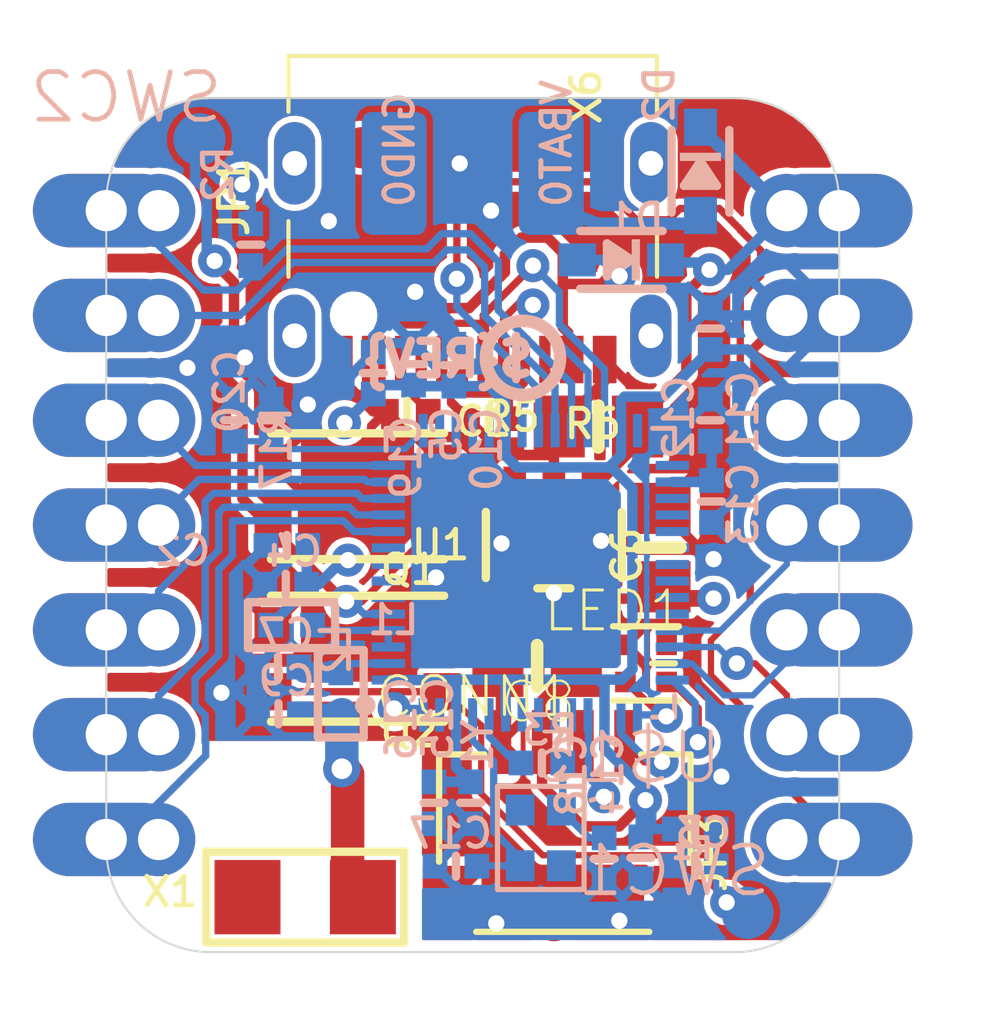
<source format=kicad_pcb>
(kicad_pcb (version 20221018) (generator pcbnew)
  (layers (0 "F.Cu" signal) (1 "In1.Cu" signal) (2 "In2.Cu" signal) (31 "B.Cu" signal) (34 "B.Paste" user) (35 "F.Paste" user) (36 "B.SilkS" user "B.Silkscreen") (37 "F.SilkS" user "F.Silkscreen") (38 "B.Mask" user) (39 "F.Mask" user) (44 "Edge.Cuts" user))
  (net 0 "")
  (net 1 "GND")
  (net 2 "D+")
  (net 3 "D-")
  (net 4 "VBUS")
  (net 5 "~{RESET}")
  (net 6 "3.3V")
  (net 7 "A0")
  (net 8 "CC1")
  (net 9 "CC2")
  (net 10 "A1")
  (net 11 "MOSI")
  (net 12 "MISO")
  (net 13 "SCK")
  (net 14 "A2")
  (net 15 "A3")
  (net 16 "SDA")
  (net 17 "SCL")
  (net 18 "NEOPIX")
  (net 19 "+5V")
  (net 20 "VDD3P3")
  (net 21 "N$2")
  (net 22 "N$3")
  (net 23 "IO0")
  (net 24 "SDA1")
  (net 25 "SCL1")
  (net 26 "N$5")
  (net 27 "N$6")
  (net 28 "N$7")
  (net 29 "IO10_DBLTAP")
  (net 30 "NEOPIX_PWR")
  (net 31 "TX")
  (net 32 "RX")
  (net 33 "VBAT")
  (net 34 "VDD_SPI")
  (footprint "working:1X07_CASTEL" (layer "F.Cu") (at 156.1211 105.0036 90)
    (fp_text reference "JP3")
    (fp_text value "")
  )
  (footprint "working:_0402NO" (layer "F.Cu") (at 146.9136 102.2477)
    (fp_text reference "R5")
    (fp_text value "5.1K")
  )
  (footprint "working:0805-NO" (layer "F.Cu") (at 151.5491 102.616 180)
    (fp_text reference "C1")
    (fp_text value "22uF")
  )
  (footprint "working:_0402NO" (layer "F.Cu") (at 148.8821 102.4255)
    (fp_text reference "R6")
    (fp_text value "5.1K")
  )
  (footprint "working:0805-NO" (layer "F.Cu") (at 153.035 105.5497 90)
    (fp_text reference "C6")
    (fp_text value "22uF")
  )
  (footprint "working:FIDUCIAL_1MM" (layer "F.Cu") (at 145.8087 95.8596)
    (fp_text reference "U$6" hide)
    (fp_text value "FIDUCIAL_1MM" hide)
  )
  (footprint "working:USB_C_CUSB31-CFM2AX-01-X" (layer "F.Cu") (at 148.5011 97.4471 180)
    (fp_text reference "X6")
    (fp_text value "USB TYPE C")
  )
  (footprint "working:BTN_KMR2_4.6X2.8" (layer "F.Cu") (at 145.7071 104.3051 180)
    (fp_text reference "Q1")
    (fp_text value "BOOT0")
  )
  (footprint "working:JST_SH4_SKINNY" (layer "F.Cu") (at 150.6855 112.776)
    (fp_text reference "CONN1")
    (fp_text value "STEMMA_I2C_QTSKINNY" hide)
  )
  (footprint "working:SOT23-5" (layer "F.Cu") (at 150.4696 105.4862 180)
    (fp_text reference "U1")
    (fp_text value "AP2112K-3.3")
  )
  (footprint "working:0805-NO" (layer "F.Cu") (at 150.0632 108.4199 180)
    (fp_text reference "C8")
    (fp_text value "22uF")
  )
  (footprint "working:BTN_KMR2_4.6X2.8" (layer "F.Cu") (at 145.7071 108.2421 180)
    (fp_text reference "Q2")
    (fp_text value "reset")
  )
  (footprint "working:QTPY_ESP32_TOP" (layer "F.Cu") (at 139.6111 115.3541)
    (fp_text reference "U$13" hide)
    (fp_text value "" hide)
  )
  (footprint "working:1X07_CASTEL" (layer "F.Cu") (at 140.8811 105.0036 -90)
    (fp_text reference "JP1")
    (fp_text value "")
  )
  (footprint "working:FIDUCIAL_1MM" (layer "F.Cu") (at 150.4696 114.5921)
    (fp_text reference "U$8" hide)
    (fp_text value "FIDUCIAL_1MM" hide)
  )
  (footprint "working:SK6805_1515" (layer "F.Cu") (at 152.7048 108.3564)
    (fp_text reference "LED1")
    (fp_text value "WS2812B_SK6805_1515")
  )
  (footprint "working:ANT_2450AT18B100" (layer "F.Cu") (at 144.4371 114.0206 180)
    (fp_text reference "X1")
    (fp_text value "")
  )
  (footprint "working:SOD-323_MINI" (layer "B.Cu") (at 152.1079 98.5774 180)
    (fp_text reference "D1")
    (fp_text value "  NSR0320")
  )
  (footprint "working:PCBFEAT-REV-040" (layer "B.Cu") (at 149.7203 100.9523 180)
    (fp_text reference "U$12" hide)
    (fp_text value "" hide)
  )
  (footprint "working:_0402NO" (layer "B.Cu") (at 146.0881 101.3206 90)
    (fp_text reference "C19")
    (fp_text value "1uF")
  )
  (footprint "working:_0402NO" (layer "B.Cu") (at 153.8986 113.2586 180)
    (fp_text reference "C3")
    (fp_text value "1uF")
  )
  (footprint "working:SOD-323_MINI" (layer "B.Cu") (at 154.0256 96.4311 -90)
    (fp_text reference "D2")
    (fp_text value "  NSR0320")
  )
  (footprint "working:_0402NO" (layer "B.Cu") (at 148.0947 113.2713 180)
    (fp_text reference "C17")
    (fp_text value "16pF")
  )
  (footprint "working:_0402NO" (layer "B.Cu") (at 147.5613 111.7346 -90)
    (fp_text reference "C16")
    (fp_text value "100pF")
  )
  (footprint "working:QTPYS2_BOT" (layer "B.Cu") (at 157.3911 115.3541 180)
    (fp_text reference "U$7" hide)
    (fp_text value "" hide)
  )
  (footprint "working:_0402NO" (layer "B.Cu") (at 147.066 101.1047 90)
    (fp_text reference "C5")
    (fp_text value "1uF")
  )
  (footprint "working:_0402" (layer "B.Cu") (at 144.1069 107.4293)
    (fp_text reference "L1")
    (fp_text value "2nH")
  )
  (footprint "working:_0402NO" (layer "B.Cu") (at 143.7894 109.5756 180)
    (fp_text reference "C9")
    (fp_text value "TBD")
  )
  (footprint "working:QFN56_7X7" (layer "B.Cu") (at 149.8981 106.1593)
    (fp_text reference "U$15")
    (fp_text value "ESP32-S2QFN54")
  )
  (footprint "working:TESTPOINT_PLUS_1X3MM" (layer "B.Cu") (at 150.4061 96.4819 -90)
    (fp_text reference "VBAT0")
    (fp_text value "")
  )
  (footprint "working:TESTPOINT_MINUS_1X3MM" (layer "B.Cu") (at 146.5961 96.4819 -90)
    (fp_text reference "GND0")
    (fp_text value "")
  )
  (footprint "working:_0402NO" (layer "B.Cu") (at 154.2669 102.4636 90)
    (fp_text reference "C13")
    (fp_text value "1uF")
  )
  (footprint "working:_0402NO" (layer "B.Cu") (at 143.1163 98.2091 -90)
    (fp_text reference "R2")
    (fp_text value "10K")
  )
  (footprint "working:_0402NO" (layer "B.Cu") (at 143.9926 105.4989 180)
    (fp_text reference "C2")
    (fp_text value "1uF")
  )
  (footprint "working:_0402NO" (layer "B.Cu") (at 148.4503 111.7346 -90)
    (fp_text reference "C15")
    (fp_text value "1uF")
  )
  (footprint "working:_0402NO" (layer "B.Cu") (at 154.2669 100.2411 90)
    (fp_text reference "C11")
    (fp_text value "0.1uF")
  )
  (footprint "working:_0402" (layer "B.Cu") (at 145.3007 109.093 90)
    (fp_text reference "L2")
    (fp_text value "0 ohm")
  )
  (footprint "working:B1,27" (layer "B.Cu") (at 155.1686 114.4016 180)
    (fp_text reference "SWC1")
    (fp_text value "TPB1,27")
  )
  (footprint "working:B1,27" (layer "B.Cu") (at 141.8717 95.6564 180)
    (fp_text reference "SWC2")
    (fp_text value "TPB1,27")
  )
  (footprint "working:_0402NO" (layer "B.Cu") (at 151.6888 113.0935 -90)
    (fp_text reference "C18")
    (fp_text value "16pF")
  )
  (footprint "working:_0402NO" (layer "B.Cu") (at 143.7767 108.4453 180)
    (fp_text reference "C7")
    (fp_text value "TBD")
  )
  (footprint "working:CRYSTAL_2X1.6" (layer "B.Cu") (at 150.1521 112.5855 -90)
    (fp_text reference "Y1")
    (fp_text value "40MHz")
  )
  (footprint "working:_0402NO" (layer "B.Cu") (at 143.6116 102.4636 -90)
    (fp_text reference "R17")
    (fp_text value "1Meg")
  )
  (footprint "working:_0402NO" (layer "B.Cu") (at 148.0439 101.1301 90)
    (fp_text reference "C10")
    (fp_text value "0.1uF")
  )
  (footprint "working:_0402NO" (layer "B.Cu") (at 142.7226 102.4636 90)
    (fp_text reference "C20")
    (fp_text value "1uF")
  )
  (footprint "working:_0402NO" (layer "B.Cu") (at 143.9672 106.4387 180)
    (fp_text reference "C4")
    (fp_text value "0.1uF")
  )
  (footprint "working:_0402NO" (layer "B.Cu") (at 153.8986 112.3696)
    (fp_text reference "R1")
    (fp_text value "10K")
  )
  (footprint "working:_0402NO" (layer "B.Cu") (at 154.2923 104.4321 -90)
    (fp_text reference "C12")
    (fp_text value "0.1uF")
  )
  (footprint "working:_0402NO" (layer "B.Cu") (at 150.1775 110.7694 180)
    (fp_text reference "R3")
    (fp_text value "0")
  )
  (footprint "working:_0402NO" (layer "B.Cu") (at 152.5778 113.0681 -90)
    (fp_text reference "C14")
    (fp_text value "0.1uF")
  )
  (gr_arc (start 154.8511 94.6531) (mid 156.647151 95.397049) (end 157.3911 97.1931) (stroke (width 0.05)) (layer "Edge.Cuts"))
  (gr_line (start 154.8511 115.3541) (end 142.1511 115.3541) (stroke (width 0.05)) (layer "Edge.Cuts"))
  (gr_arc (start 139.6111 97.1931) (mid 140.355049 95.397049) (end 142.1511 94.6531) (stroke (width 0.05)) (layer "Edge.Cuts"))
  (gr_arc (start 157.3911 112.8141) (mid 156.647151 114.610151) (end 154.8511 115.3541) (stroke (width 0.05)) (layer "Edge.Cuts"))
  (gr_line (start 157.3911 97.1931) (end 157.3911 112.8141) (stroke (width 0.05)) (layer "Edge.Cuts"))
  (gr_line (start 139.6111 112.8141) (end 139.6111 97.1931) (stroke (width 0.05)) (layer "Edge.Cuts"))
  (gr_arc (start 142.1511 115.3541) (mid 140.355049 114.610151) (end 139.6111 112.8141) (stroke (width 0.05)) (layer "Edge.Cuts"))
  (gr_line (start 142.1511 94.6531) (end 154.8511 94.6531) (stroke (width 0.05)) (layer "Edge.Cuts"))
  (segment (start 148.928 103.3067) (end 148.7551 103.4796) (width 0.254) (layer "F.Cu") (net 1))
  (segment (start 148.7551 103.4796) (end 148.7296 103.5051) (width 0.254) (layer "F.Cu") (net 1))
  (segment (start 148.7296 103.5051) (end 147.7571 103.5051) (width 0.254) (layer "F.Cu") (net 1))
  (segment (start 153.4855 114.162) (end 153.4855 114.358657) (width 0.4064) (layer "F.Cu") (net 1))
  (segment (start 154.036443 114.9096) (end 153.4855 114.358657) (width 0.3048) (layer "F.Cu") (net 1))
  (segment (start 148.3741 102.87) (end 146.4056 102.87) (width 0.254) (layer "F.Cu") (net 1))
  (segment (start 149.1855 108.4922) (end 149.1132 108.4199) (width 0.254) (layer "F.Cu") (net 1))
  (segment (start 151.7011 101.514) (end 150.5991 102.616) (width 0.254) (layer "F.Cu") (net 1))
  (segment (start 152.6946 107.4166) (end 152.799468 107.4166) (width 0.254) (layer "F.Cu") (net 1))
  (segment (start 152.799468 107.4166) (end 152.809284 107.406785) (width 0.254) (layer "F.Cu") (net 1))
  (segment (start 146.4056 102.2477) (end 146.0881 102.2477) (width 0.254) (layer "F.Cu") (net 1))
  (segment (start 146.0881 102.2477) (end 145.3011 101.4607) (width 0.254) (layer "F.Cu") (net 1))
  (segment (start 150.4696 103.3067) (end 148.928 103.3067) (width 0.254) (layer "F.Cu") (net 1))
  (segment (start 148.3741 102.4255) (end 148.3741 102.87) (width 0.254) (layer "F.Cu") (net 1))
  (segment (start 151.7011 100.9921) (end 151.7011 101.514) (width 0.254) (layer "F.Cu") (net 1))
  (segment (start 155.1051 114.9096) (end 155.6766 114.3381) (width 0.254) (layer "F.Cu") (net 1))
  (segment (start 148.336 103.0605) (end 148.7551 103.4796) (width 0.254) (layer "F.Cu") (net 1))
  (segment (start 146.4056 102.87) (end 146.4056 102.2477) (width 0.254) (layer "F.Cu") (net 1))
  (segment (start 150.4696 104.1861) (end 150.4696 103.3067) (width 0.254) (layer "F.Cu") (net 1))
  (segment (start 145.3011 100.9921) (end 145.3011 101.4607) (width 0.254) (layer "F.Cu") (net 1))
  (segment (start 148.3106 103.0605) (end 148.336 103.0605) (width 0.254) (layer "F.Cu") (net 1))
  (segment (start 149.1855 110.262) (end 149.1855 108.4922) (width 0.254) (layer "F.Cu") (net 1))
  (segment (start 152.2048 107.9064) (end 152.6946 107.4166) (width 0.254) (layer "F.Cu") (net 1))
  (segment (start 148.3741 102.997) (end 148.3106 103.0605) (width 0.254) (layer "F.Cu") (net 1))
  (segment (start 154.036443 114.9096) (end 155.1051 114.9096) (width 0.3048) (layer "F.Cu") (net 1))
  (segment (start 149.1855 110.262) (end 149.1855 110.4011) (width 0.254) (layer "F.Cu") (net 1))
  (via (at 141.5796 101.1936) (size 0.8001) (drill 0.3937) (layers "F.Cu" "B.Cu") (net 1))
  (via (at 147.6121 106.2736) (size 0.8001) (drill 0.3937) (layers "F.Cu" "B.Cu") (net 1))
  (via (at 152.0571 114.5921) (size 0.8001) (drill 0.3937) (layers "F.Cu" "B.Cu") (net 1))
  (via (at 151.6126 105.3846) (size 0.8001) (drill 0.3937) (layers "F.Cu" "B.Cu") (net 1))
  (via (at 148.1836 96.2406) (size 0.8001) (drill 0.3937) (layers "F.Cu" "B.Cu") (net 1))
  (via (at 149.0726 114.6556) (size 0.8001) (drill 0.3937) (layers "F.Cu" "B.Cu") (net 1))
  (via (at 144.5006 102.0826) (size 0.8001) (drill 0.3937) (layers "F.Cu" "B.Cu") (net 1))
  (via (at 154.5336 111.0996) (size 0.8001) (drill 0.3937) (layers "F.Cu" "B.Cu") (net 1))
  (via (at 149.1996 105.4481) (size 0.8001) (drill 0.3937) (layers "F.Cu" "B.Cu") (net 1))
  (via (at 142.9766 100.9396) (size 0.8001) (drill 0.3937) (layers "F.Cu" "B.Cu") (net 1))
  (via (at 154.3431 105.8291) (size 0.8001) (drill 0.3937) (layers "F.Cu" "B.Cu") (net 1))
  (via (at 150.4696 106.6546) (size 0.8001) (drill 0.3937) (layers "F.Cu" "B.Cu") (net 1))
  (via (at 148.9456 97.3836) (size 0.8001) (drill 0.3937) (layers "F.Cu" "B.Cu") (net 1))
  (via (at 147.1041 99.3521) (size 0.8001) (drill 0.3937) (layers "F.Cu" "B.Cu") (net 1))
  (via (at 145.0086 97.6376) (size 0.8001) (drill 0.3937) (layers "F.Cu" "B.Cu") (net 1))
  (via (at 142.4051 109.0676) (size 0.8001) (drill 0.3937) (layers "F.Cu" "B.Cu") (net 1))
  (segment (start 142.7861 107.9627) (end 142.7861 107.4801) (width 0.254) (layer "B.Cu") (net 1))
  (segment (start 143.2687 108.4453) (end 143.2687 109.5629) (width 0.508) (layer "B.Cu") (net 1))
  (segment (start 143.3477 101.316307) (end 143.3477 101.3107) (width 0.254) (layer "B.Cu") (net 1))
  (segment (start 146.3171 100.209538) (end 146.3171 99.9236) (width 0.254) (layer "B.Cu") (net 1))
  (segment (start 157.3911 99.9236) (end 154.2669 99.9236) (width 0.254) (layer "B.Cu") (net 1))
  (segment (start 154.2669 99.9236) (end 154.2669 99.7331) (width 0.254) (layer "B.Cu") (net 1))
  (segment (start 146.0881 100.8126) (end 146.304 100.5967) (width 0.254) (layer "B.Cu") (net 1))
  (segment (start 146.8886 99.3521) (end 147.1041 99.3521) (width 0.254) (layer "B.Cu") (net 1))
  (segment (start 146.3171 99.9236) (end 146.8886 99.3521) (width 0.254) (layer "B.Cu") (net 1))
  (segment (start 143.2687 108.4453) (end 142.7861 107.9627) (width 0.3048) (layer "B.Cu") (net 1))
  (segment (start 143.6116 101.9556) (end 143.6116 101.580207) (width 0.254) (layer "B.Cu") (net 1))
  (segment (start 146.0881 100.8126) (end 146.0881 100.438538) (width 0.254) (layer "B.Cu") (net 1))
  (segment (start 146.0881 100.438538) (end 146.3171 100.209538) (width 0.254) (layer "B.Cu") (net 1))
  (segment (start 143.3477 101.3107) (end 142.9766 100.9396) (width 0.254) (layer "B.Cu") (net 1))
  (segment (start 148.0439 100.2919) (end 147.1041 99.3521) (width 0.254) (layer "B.Cu") (net 1))
  (segment (start 148.0439 100.6221) (end 148.0439 100.2919) (width 0.254) (layer "B.Cu") (net 1))
  (segment (start 146.304 100.5967) (end 147.066 100.5967) (width 0.254) (layer "B.Cu") (net 1))
  (segment (start 143.6116 101.580207) (end 143.3477 101.316307) (width 0.254) (layer "B.Cu") (net 1))
  (segment (start 145.0086 97.2566) (end 145.0086 97.6376) (width 0.4064) (layer "B.Cu") (net 1))
  (segment (start 143.2814 109.5756) (end 143.2687 109.5629) (width 0.254) (layer "B.Cu") (net 1))
  (segment (start 148.7551 100.1141) (end 148.8146 100.1736) (width 0.1778) (layer "F.Cu") (net 2))
  (segment (start 147.7511 100.9921) (end 147.7511 100.4316) (width 0.1778) (layer "F.Cu") (net 2))
  (segment (start 148.8146 100.9286) (end 148.7511 100.9921) (width 0.1778) (layer "F.Cu") (net 2))
  (segment (start 148.0686 100.1141) (end 148.7551 100.1141) (width 0.1778) (layer "F.Cu") (net 2))
  (segment (start 149.9616 98.7171) (end 148.7551 99.9236) (width 0.1778) (layer "F.Cu") (net 2))
  (segment (start 148.0686 100.1141) (end 147.7511 100.4316) (width 0.1778) (layer "F.Cu") (net 2))
  (segment (start 148.7551 99.9236) (end 148.7551 100.1141) (width 0.1778) (layer "F.Cu") (net 2))
  (segment (start 148.8146 100.1736) (end 148.8146 100.9286) (width 0.1778) (layer "F.Cu") (net 2))
  (via (at 149.9616 98.7171) (size 0.8001) (drill 0.3937) (layers "F.Cu" "B.Cu") (net 2))
  (segment (start 150.60295 99.35845) (end 150.60295 100.137007) (width 0.1778) (layer "B.Cu") (net 2))
  (segment (start 151.6981 102.7142) (end 151.6981 101.232157) (width 0.1778) (layer "B.Cu") (net 2))
  (segment (start 149.9616 98.7171) (end 150.60295 99.35845) (width 0.1778) (layer "B.Cu") (net 2))
  (segment (start 150.60295 100.137007) (end 151.6981 101.232157) (width 0.1778) (layer "B.Cu") (net 2))
  (segment (start 149.0091 101.8286) (end 149.2511 101.5866) (width 0.1778) (layer "F.Cu") (net 3))
  (segment (start 149.9616 99.6696) (end 149.7711 99.4791) (width 0.1778) (layer "F.Cu") (net 3))
  (segment (start 149.2511 101.5866) (end 149.2511 100.9921) (width 0.1778) (layer "F.Cu") (net 3))
  (segment (start 148.1876 101.7056) (end 148.3106 101.8286) (width 0.1778) (layer "F.Cu") (net 3))
  (segment (start 148.1876 101.0556) (end 148.1876 101.7056) (width 0.1778) (layer "F.Cu") (net 3))
  (segment (start 149.2511 100.9921) (end 149.2511 99.9991) (width 0.1778) (layer "F.Cu") (net 3))
  (segment (start 148.2511 100.9921) (end 148.1876 101.0556) (width 0.1778) (layer "F.Cu") (net 3))
  (segment (start 148.3106 101.8286) (end 149.0091 101.8286) (width 0.1778) (layer "F.Cu") (net 3))
  (segment (start 149.7711 99.4791) (end 149.2511 99.9991) (width 0.1778) (layer "F.Cu") (net 3))
  (via (at 149.9616 99.6696) (size 0.8001) (drill 0.3937) (layers "F.Cu" "B.Cu") (net 3))
  (segment (start 151.2981 101.299132) (end 149.9616 99.962632) (width 0.1778) (layer "B.Cu") (net 3))
  (segment (start 149.9616 99.6696) (end 149.9616 99.962632) (width 0.1778) (layer "B.Cu") (net 3))
  (segment (start 151.2981 102.7142) (end 151.2981 101.299132) (width 0.1778) (layer "B.Cu") (net 3))
  (segment (start 151.80945 98.9711) (end 151.61895 99.1616) (width 0.254) (layer "F.Cu") (net 4))
  (segment (start 150.6851 98.40555) (end 150.6851 99.1616) (width 0.254) (layer "F.Cu") (net 4))
  (segment (start 149.28215 98.435663) (end 149.680162 98.03765) (width 0.254) (layer "F.Cu") (net 4))
  (segment (start 152.06345 98.9711) (end 151.80945 98.9711) (width 0.254) (layer "F.Cu") (net 4))
  (segment (start 150.815381 100.784319) (end 150.75435 100.84535) (width 0.254) (layer "F.Cu") (net 4))
  (segment (start 150.815381 100.339819) (end 150.815381 100.784319) (width 0.254) (layer "F.Cu") (net 4))
  (segment (start 147.916043 99.7458) (end 148.412043 99.7458) (width 0.254) (layer "F.Cu") (net 4))
  (segment (start 150.6851 99.1616) (end 150.6851 100.209538) (width 0.254) (layer "F.Cu") (net 4))
  (segment (start 148.412043 99.7458) (end 149.28215 98.875694) (width 0.254) (layer "F.Cu") (net 4))
  (segment (start 150.6851 100.209538) (end 150.815381 100.339819) (width 0.254) (layer "F.Cu") (net 4))
  (segment (start 146.1011 100.9921) (end 146.1011 100.425538) (width 0.254) (layer "F.Cu") (net 4))
  (segment (start 149.28215 98.875694) (end 149.28215 98.435663) (width 0.254) (layer "F.Cu") (net 4))
  (segment (start 150.3172 98.03765) (end 150.6851 98.40555) (width 0.254) (layer "F.Cu") (net 4))
  (segment (start 147.547743 100.1141) (end 147.916043 99.7458) (width 0.254) (layer "F.Cu") (net 4))
  (segment (start 149.680162 98.03765) (end 150.3172 98.03765) (width 0.254) (layer "F.Cu") (net 4))
  (segment (start 146.412537 100.1141) (end 147.547743 100.1141) (width 0.254) (layer "F.Cu") (net 4))
  (segment (start 150.9011 100.9921) (end 150.75435 100.84535) (width 0.254) (layer "F.Cu") (net 4))
  (segment (start 151.61895 99.1616) (end 150.6851 99.1616) (width 0.254) (layer "F.Cu") (net 4))
  (segment (start 146.1011 100.425538) (end 146.412537 100.1141) (width 0.254) (layer "F.Cu") (net 4))
  (via (at 152.06345 98.9711) (size 0.8001) (drill 0.3937) (layers "F.Cu" "B.Cu") (net 4))
  (segment (start 151.0379 98.5774) (end 151.66975 98.5774) (width 0.254) (layer "B.Cu") (net 4))
  (segment (start 151.66975 98.5774) (end 152.06345 98.9711) (width 0.254) (layer "B.Cu") (net 4))
  (segment (start 146.370046 109.0421) (end 143.6571 109.0421) (width 0.1778) (layer "F.Cu") (net 5))
  (segment (start 154.214887 113.0046) (end 154.3141 113.103813) (width 0.1524) (layer "F.Cu") (net 5))
  (segment (start 146.5961 109.4486) (end 146.5961 109.3851) (width 0.1778) (layer "F.Cu") (net 5))
  (segment (start 148.7069 109.8522) (end 148.7069 111.512688) (width 0.1524) (layer "F.Cu") (net 5))
  (segment (start 146.3802 109.2072) (end 146.370046 109.0421) (width 0.1778) (layer "F.Cu") (net 5))
  (segment (start 146.399462 109.0421) (end 146.3802 109.2072) (width 0.1778) (layer "F.Cu") (net 5))
  (segment (start 148.7069 111.512688) (end 150.198812 113.0046) (width 0.1524) (layer "F.Cu") (net 5))
  (segment (start 146.5961 109.3851) (end 146.4182 109.2072) (width 0.1778) (layer "F.Cu") (net 5))
  (segment (start 147.7571 109.0421) (end 146.399462 109.0421) (width 0.1778) (layer "F.Cu") (net 5))
  (segment (start 146.4182 109.2072) (end 146.3802 109.2072) (width 0.1778) (layer "F.Cu") (net 5))
  (segment (start 154.6606 114.0841) (end 154.3141 113.7376) (width 0.1524) (layer "F.Cu") (net 5))
  (segment (start 150.198812 113.0046) (end 154.214887 113.0046) (width 0.1524) (layer "F.Cu") (net 5))
  (segment (start 154.6606 114.0841) (end 154.6606 114.1476) (width 0.1524) (layer "F.Cu") (net 5))
  (segment (start 154.3141 113.103813) (end 154.3141 113.7376) (width 0.1524) (layer "F.Cu") (net 5))
  (segment (start 148.7069 109.8522) (end 147.7571 109.0421) (width 0.1524) (layer "F.Cu") (net 5))
  (via (at 154.6606 114.1476) (size 0.8001) (drill 0.3937) (layers "F.Cu" "B.Cu") (net 5))
  (via (at 146.5961 109.4486) (size 0.8001) (drill 0.3937) (layers "F.Cu" "B.Cu") (net 5))
  (segment (start 147.1423 109.4486) (end 146.5961 109.4486) (width 0.1778) (layer "B.Cu") (net 5))
  (segment (start 154.4066 113.8936) (end 154.4066 113.2586) (width 0.1524) (layer "B.Cu") (net 5))
  (segment (start 154.4066 112.3696) (end 154.4066 113.2586) (width 0.1524) (layer "B.Cu") (net 5))
  (segment (start 154.6606 114.1476) (end 154.9146 114.1476) (width 0.1778) (layer "B.Cu") (net 5))
  (segment (start 154.9146 114.1476) (end 155.1686 114.4016) (width 0.1778) (layer "B.Cu") (net 5))
  (segment (start 147.2981 109.6044) (end 147.1423 109.4486) (width 0.1778) (layer "B.Cu") (net 5))
  (segment (start 154.4066 113.8936) (end 154.6606 114.1476) (width 0.1524) (layer "B.Cu") (net 5))
  (segment (start 150.1855 110.262) (end 150.1855 109.2476) (width 0.254) (layer "F.Cu") (net 6))
  (segment (start 152.6921 111.6711) (end 152.0571 112.3061) (width 0.254) (layer "F.Cu") (net 6))
  (segment (start 151.1681 112.3061) (end 150.1855 111.3235) (width 0.254) (layer "F.Cu") (net 6))
  (segment (start 152.0571 112.3061) (end 151.1681 112.3061) (width 0.254) (layer "F.Cu") (net 6))
  (segment (start 153.035 106.4997) (end 152.7484 106.7863) (width 0.254) (layer "F.Cu") (net 6))
  (segment (start 150.1855 111.3235) (end 150.1855 110.262) (width 0.254) (layer "F.Cu") (net 6))
  (segment (start 151.4196 107.3324) (end 151.086275 107.665725) (width 0.254) (layer "F.Cu") (net 6))
  (segment (start 151.106865 108.458004) (end 151.0132 108.4199) (width 0.254) (layer "F.Cu") (net 6))
  (segment (start 150.1855 110.262) (end 150.1855 109.750357) (width 0.254) (layer "F.Cu") (net 6))
  (segment (start 151.106865 108.458004) (end 151.106865 108.041035) (width 0.254) (layer "F.Cu") (net 6))
  (segment (start 151.106865 108.041035) (end 151.086275 107.665725) (width 0.254) (layer "F.Cu") (net 6))
  (segment (start 152.7484 106.7863) (end 151.4196 106.7863) (width 0.254) (layer "F.Cu") (net 6))
  (segment (start 150.1855 109.2476) (end 151.0132 108.4199) (width 0.254) (layer "F.Cu") (net 6))
  (segment (start 153.035 106.4997) (end 153.3169 106.7816) (width 0.4064) (layer "F.Cu") (net 6))
  (segment (start 153.3169 106.7816) (end 154.3431 106.7816) (width 0.4064) (layer "F.Cu") (net 6))
  (segment (start 151.4196 107.3324) (end 151.4196 106.7863) (width 0.254) (layer "F.Cu") (net 6))
  (via (at 142.9131 96.7486) (size 0.8001) (drill 0.3937) (layers "F.Cu" "B.Cu") (net 6))
  (via (at 145.3896 102.5271) (size 0.8001) (drill 0.3937) (layers "F.Cu" "B.Cu") (net 6))
  (via (at 152.6921 111.6711) (size 0.8001) (drill 0.3937) (layers "F.Cu" "B.Cu") (net 6))
  (via (at 145.477153 105.853154) (size 0.8001) (drill 0.3937) (layers "F.Cu" "B.Cu") (net 6))
  (via (at 154.3431 106.7816) (size 0.8001) (drill 0.3937) (layers "F.Cu" "B.Cu") (net 6))
  (segment (start 144.4752 105.5243) (end 144.4752 106.4387) (width 0.254) (layer "B.Cu") (net 6))
  (segment (start 143.1163 96.9518) (end 142.9131 96.7486) (width 0.254) (layer "B.Cu") (net 6))
  (segment (start 152.5778 111.7854) (end 152.5778 112.5601) (width 0.254) (layer "B.Cu") (net 6))
  (segment (start 153.1239 101.8921) (end 154.2669 100.7491) (width 0.254) (layer "B.Cu") (net 6))
  (segment (start 149.2981 103.3241) (end 149.5806 103.6066) (width 0.254) (layer "B.Cu") (net 6))
  (segment (start 153.3906 112.3696) (end 152.8318 112.3696) (width 0.254) (layer "B.Cu") (net 6))
  (segment (start 152.8318 111.5568) (end 151.6981 110.4231) (width 0.254) (layer "B.Cu") (net 6))
  (segment (start 149.2981 108.9056) (end 149.4536 108.7501) (width 0.254) (layer "B.Cu") (net 6))
  (segment (start 148.0981 110.8744) (end 148.0981 109.6044) (width 0.254) (layer "B.Cu") (net 6))
  (segment (start 148.0981 108.7721) (end 148.0981 109.6044) (width 0.254) (layer "B.Cu") (net 6))
  (segment (start 152.3746 104.113669) (end 152.3746 108.4961) (width 0.254) (layer "B.Cu") (net 6))
  (segment (start 156.1211 101.7016) (end 155.1686 100.7491) (width 0.254) (layer "B.Cu") (net 6))
  (segment (start 152.6921 111.6711) (end 152.5778 111.7854) (width 0.254) (layer "B.Cu") (net 6))
  (segment (start 152.8318 112.3696) (end 152.8318 111.9886) (width 0.254) (layer "B.Cu") (net 6))
  (segment (start 147.066 101.6127) (end 146.304 101.6127) (width 0.254) (layer "B.Cu") (net 6))
  (segment (start 152.0981 102.7142) (end 152.0981 101.9781) (width 0.254) (layer "B.Cu") (net 6))
  (segment (start 144.4752 106.553) (end 143.5989 107.4293) (width 0.254) (layer "B.Cu") (net 6))
  (segment (start 149.2981 102.7142) (end 149.2981 103.3241) (width 0.254) (layer "B.Cu") (net 6))
  (segment (start 156.1211 101.7016) (end 156.1211 102.4636) (width 0.254) (layer "B.Cu") (net 6))
  (segment (start 152.5778 112.5601) (end 152.5778 111.9886) (width 0.254) (layer "B.Cu") (net 6))
  (segment (start 157.3911 102.4636) (end 156.1211 102.4636) (width 0.254) (layer "B.Cu") (net 6))
  (segment (start 152.8318 111.9886) (end 152.5778 111.9886) (width 0.254) (layer "B.Cu") (net 6))
  (segment (start 152.0981 101.9781) (end 152.1841 101.8921) (width 0.254) (layer "B.Cu") (net 6))
  (segment (start 152.1841 101.8921) (end 153.1239 101.8921) (width 0.254) (layer "B.Cu") (net 6))
  (segment (start 151.6981 108.8991) (end 151.6981 109.6044) (width 0.254) (layer "B.Cu") (net 6))
  (segment (start 152.3746 104.113669) (end 151.835315 103.574385) (width 0.254) (layer "B.Cu") (net 6))
  (segment (start 148.1201 108.7501) (end 148.0981 108.7721) (width 0.254) (layer "B.Cu") (net 6))
  (segment (start 144.4752 106.553) (end 144.4752 106.4387) (width 0.254) (layer "B.Cu") (net 6))
  (segment (start 144.5006 105.4989) (end 144.4752 105.5243) (width 0.254) (layer "B.Cu") (net 6))
  (segment (start 151.835315 103.574385) (end 152.0981 103.3116) (width 0.254) (layer "B.Cu") (net 6))
  (segment (start 148.4503 111.2266) (end 147.5613 111.2266) (width 0.254) (layer "B.Cu") (net 6))
  (segment (start 154.2669 100.7491) (end 155.1686 100.7491) (width 0.254) (layer "B.Cu") (net 6))
  (segment (start 148.8948 101.6381) (end 149.2981 102.0414) (width 0.254) (layer "B.Cu") (net 6))
  (segment (start 151.5491 108.7501) (end 151.6981 108.8991) (width 0.254) (layer "B.Cu") (net 6))
  (segment (start 149.4536 108.7501) (end 148.1201 108.7501) (width 0.254) (layer "B.Cu") (net 6))
  (segment (start 143.1163 97.7011) (end 143.1163 96.9518) (width 0.254) (layer "B.Cu") (net 6))
  (segment (start 148.0439 101.6381) (end 148.8948 101.6381) (width 0.254) (layer "B.Cu") (net 6))
  (segment (start 152.0981 103.3116) (end 152.0981 102.7142) (width 0.254) (layer "B.Cu") (net 6))
  (segment (start 151.8031 103.6066) (end 151.835315 103.574385) (width 0.254) (layer "B.Cu") (net 6))
  (segment (start 152.3746 108.4961) (end 152.1206 108.7501) (width 0.254) (layer "B.Cu") (net 6))
  (segment (start 152.1206 108.7501) (end 151.5491 108.7501) (width 0.254) (layer "B.Cu") (net 6))
  (segment (start 148.0853 108.7593) (end 148.0981 108.7721) (width 0.254) (layer "B.Cu") (net 6))
  (segment (start 152.8318 111.9886) (end 152.8318 111.5568) (width 0.254) (layer "B.Cu") (net 6))
  (segment (start 149.2981 109.6044) (end 149.2981 108.9056) (width 0.254) (layer "B.Cu") (net 6))
  (segment (start 151.6981 109.6044) (end 151.6981 110.4231) (width 0.254) (layer "B.Cu") (net 6))
  (segment (start 145.477153 105.853154) (end 145.350153 105.853154) (width 0.254) (layer "B.Cu") (net 6))
  (segment (start 149.5806 103.6066) (end 151.8031 103.6066) (width 0.254) (layer "B.Cu") (net 6))
  (segment (start 149.2981 102.0414) (end 149.2981 102.7142) (width 0.254) (layer "B.Cu") (net 6))
  (segment (start 148.0439 101.6381) (end 147.0914 101.6381) (width 0.254) (layer "B.Cu") (net 6))
  (segment (start 144.4752 106.4387) (end 144.764606 106.4387) (width 0.254) (layer "B.Cu") (net 6))
  (segment (start 146.0881 101.8286) (end 145.3896 102.5271) (width 0.254) (layer "B.Cu") (net 6))
  (segment (start 146.0881 101.8286) (end 146.304 101.6127) (width 0.254) (layer "B.Cu") (net 6))
  (segment (start 151.5491 108.7501) (end 149.4536 108.7501) (width 0.254) (layer "B.Cu") (net 6))
  (segment (start 147.066 101.6127) (end 147.0914 101.6381) (width 0.254) (layer "B.Cu") (net 6))
  (segment (start 145.350153 105.853154) (end 144.764606 106.4387) (width 0.254) (layer "B.Cu") (net 6))
  (segment (start 148.4503 111.2266) (end 148.0981 110.8744) (width 0.254) (layer "B.Cu") (net 6))
  (segment (start 148.0853 108.7593) (end 146.453 108.7593) (width 0.254) (layer "B.Cu") (net 6))
  (segment (start 148.448931 97.943957) (end 149.120631 98.615657) (width 0.1778) (layer "B.Cu") (net 7))
  (segment (start 143.1036 98.991613) (end 143.314612 98.991613) (width 0.1778) (layer "B.Cu") (net 7))
  (segment (start 147.3835 98.3107) (end 147.750243 97.943957) (width 0.1778) (layer "B.Cu") (net 7))
  (segment (start 143.1163 98.7171) (end 143.1163 98.978913) (width 0.1778) (layer "B.Cu") (net 7))
  (segment (start 139.6111 97.3836) (end 140.8811 97.3836) (width 0.254) (layer "B.Cu") (net 7))
  (segment (start 149.120631 98.615657) (end 149.120631 99.7966) (width 0.1778) (layer "B.Cu") (net 7))
  (segment (start 140.8811 98.2218) (end 141.968412 99.309113) (width 0.1778) (layer "B.Cu") (net 7))
  (segment (start 140.8811 97.3836) (end 140.8811 98.2218) (width 0.1778) (layer "B.Cu") (net 7))
  (segment (start 141.968412 99.309113) (end 142.7861 99.309113) (width 0.1778) (layer "B.Cu") (net 7))
  (segment (start 150.8981 101.574069) (end 150.8981 102.7142) (width 0.1778) (layer "B.Cu") (net 7))
  (segment (start 143.995525 98.3107) (end 147.3835 98.3107) (width 0.1778) (layer "B.Cu") (net 7))
  (segment (start 147.750243 97.943957) (end 148.448931 97.943957) (width 0.1778) (layer "B.Cu") (net 7))
  (segment (start 143.314612 98.991613) (end 143.995525 98.3107) (width 0.1778) (layer "B.Cu") (net 7))
  (segment (start 143.1036 98.991613) (end 142.7861 99.309113) (width 0.1778) (layer "B.Cu") (net 7))
  (segment (start 143.1163 98.978913) (end 143.1036 98.991613) (width 0.1778) (layer "B.Cu") (net 7))
  (segment (start 149.120631 99.7966) (end 150.8981 101.574069) (width 0.1778) (layer "B.Cu") (net 7))
  (segment (start 149.7511 100.9921) (end 149.7511 101.5692) (width 0.1778) (layer "F.Cu") (net 8))
  (segment (start 149.7511 101.5692) (end 149.3901 101.9302) (width 0.1778) (layer "F.Cu") (net 8))
  (segment (start 149.3901 102.4255) (end 149.3901 101.9302) (width 0.1778) (layer "F.Cu") (net 8))
  (segment (start 146.7511 100.9921) (end 146.7511 101.5772) (width 0.1778) (layer "F.Cu") (net 9))
  (segment (start 147.4216 102.2477) (end 146.7511 101.5772) (width 0.1778) (layer "F.Cu") (net 9))
  (segment (start 139.6111 99.9236) (end 140.8811 99.9236) (width 0.254) (layer "B.Cu") (net 10))
  (segment (start 147.8661 98.3361) (end 148.3741 98.3361) (width 0.1778) (layer "B.Cu") (net 10))
  (segment (start 148.790431 98.752432) (end 148.790431 99.933375) (width 0.1778) (layer "B.Cu") (net 10))
  (segment (start 148.3741 98.3361) (end 148.790431 98.752432) (width 0.1778) (layer "B.Cu") (net 10))
  (segment (start 147.8661 98.3361) (end 147.5613 98.6409) (width 0.1778) (layer "B.Cu") (net 10))
  (segment (start 150.4981 101.641044) (end 150.4981 102.7142) (width 0.1778) (layer "B.Cu") (net 10))
  (segment (start 144.1323 98.6409) (end 142.8496 99.9236) (width 0.1778) (layer "B.Cu") (net 10))
  (segment (start 147.5613 98.6409) (end 144.1323 98.6409) (width 0.1778) (layer "B.Cu") (net 10))
  (segment (start 148.790431 99.933375) (end 150.4981 101.641044) (width 0.1778) (layer "B.Cu") (net 10))
  (segment (start 140.8811 99.9236) (end 142.8496 99.9236) (width 0.1778) (layer "B.Cu") (net 10))
  (segment (start 154.5179 107.5593) (end 156.1211 105.9561) (width 0.1524) (layer "B.Cu") (net 11))
  (segment (start 157.3911 105.0036) (end 156.1211 105.0036) (width 0.254) (layer "B.Cu") (net 11))
  (segment (start 154.5179 107.5593) (end 153.3432 107.5593) (width 0.1524) (layer "B.Cu") (net 11))
  (segment (start 156.1211 105.9561) (end 156.1211 105.0036) (width 0.1524) (layer "B.Cu") (net 11))
  (segment (start 154.5971 109.1311) (end 155.2956 109.1311) (width 0.1524) (layer "B.Cu") (net 12))
  (segment (start 153.3432 108.3593) (end 153.8253 108.3593) (width 0.1524) (layer "B.Cu") (net 12))
  (segment (start 155.2956 109.1311) (end 156.1211 108.3056) (width 0.1524) (layer "B.Cu") (net 12))
  (segment (start 156.1211 108.3056) (end 156.1211 107.5436) (width 0.1524) (layer "B.Cu") (net 12))
  (segment (start 153.8253 108.3593) (end 154.5971 109.1311) (width 0.1524) (layer "B.Cu") (net 12))
  (segment (start 157.3911 107.5436) (end 156.1211 107.5436) (width 0.1524) (layer "B.Cu") (net 12))
  (segment (start 156.1211 109.124132) (end 155.353368 108.3564) (width 0.1524) (layer "F.Cu") (net 13))
  (segment (start 156.1211 109.124132) (end 156.1211 110.0836) (width 0.1524) (layer "F.Cu") (net 13))
  (segment (start 154.90825 108.3564) (end 155.353368 108.3564) (width 0.1524) (layer "F.Cu") (net 13))
  (via (at 154.90825 108.3564) (size 0.8001) (drill 0.3937) (layers "F.Cu" "B.Cu") (net 13))
  (segment (start 154.84475 108.3564) (end 154.44765 107.9593) (width 0.1524) (layer "B.Cu") (net 13))
  (segment (start 154.44765 107.9593) (end 153.3432 107.9593) (width 0.1524) (layer "B.Cu") (net 13))
  (segment (start 154.90825 108.3564) (end 154.84475 108.3564) (width 0.1524) (layer "B.Cu") (net 13))
  (segment (start 157.3911 110.0836) (end 156.1211 110.0836) (width 0.254) (layer "B.Cu") (net 13))
  (segment (start 140.8811 102.4636) (end 140.8811 102.6541) (width 0.1778) (layer "B.Cu") (net 14))
  (segment (start 139.6111 102.4636) (end 140.8811 102.4636) (width 0.254) (layer "B.Cu") (net 14))
  (segment (start 141.7863 103.5593) (end 140.8811 102.6541) (width 0.1778) (layer "B.Cu") (net 14))
  (segment (start 146.453 103.5593) (end 141.7863 103.5593) (width 0.1778) (layer "B.Cu") (net 14))
  (segment (start 145.8815 103.8958) (end 141.8619 103.8958) (width 0.1778) (layer "B.Cu") (net 15))
  (segment (start 141.8619 103.8958) (end 140.7541 105.0036) (width 0.1778) (layer "B.Cu") (net 15))
  (segment (start 140.7541 105.0036) (end 140.8811 105.0036) (width 0.254) (layer "B.Cu") (net 15))
  (segment (start 145.945 103.9593) (end 145.8815 103.8958) (width 0.1778) (layer "B.Cu") (net 15))
  (segment (start 146.453 103.9593) (end 145.945 103.9593) (width 0.1778) (layer "B.Cu") (net 15))
  (segment (start 139.6111 105.0036) (end 140.7541 105.0036) (width 0.254) (layer "B.Cu") (net 15))
  (segment (start 142.2112 104.2323) (end 142.0114 104.4321) (width 0.1778) (layer "B.Cu") (net 16))
  (segment (start 142.0114 104.4321) (end 142.0114 105.471788) (width 0.1778) (layer "B.Cu") (net 16))
  (segment (start 145.818 104.3593) (end 145.691 104.2323) (width 0.1778) (layer "B.Cu") (net 16))
  (segment (start 146.453 104.3593) (end 145.818 104.3593) (width 0.1778) (layer "B.Cu") (net 16))
  (segment (start 140.8811 106.602088) (end 140.8811 107.5436) (width 0.1778) (layer "B.Cu") (net 16))
  (segment (start 142.0114 105.471788) (end 140.8811 106.602088) (width 0.1778) (layer "B.Cu") (net 16))
  (segment (start 139.6111 107.5436) (end 140.8811 107.5436) (width 0.254) (layer "B.Cu") (net 16))
  (segment (start 145.691 104.2323) (end 142.2112 104.2323) (width 0.1778) (layer "B.Cu") (net 16))
  (segment (start 142.468675 104.5688) (end 142.3416 104.695875) (width 0.1778) (layer "B.Cu") (net 17))
  (segment (start 142.0114 105.938763) (end 142.0114 108.011788) (width 0.1778) (layer "B.Cu") (net 17))
  (segment (start 142.3416 104.695875) (end 142.3416 105.608563) (width 0.1778) (layer "B.Cu") (net 17))
  (segment (start 142.3416 105.608563) (end 142.0114 105.938763) (width 0.1778) (layer "B.Cu") (net 17))
  (segment (start 139.6111 110.0836) (end 140.8811 110.0836) (width 0.254) (layer "B.Cu") (net 17))
  (segment (start 142.0114 108.011788) (end 140.8811 109.142088) (width 0.1778) (layer "B.Cu") (net 17))
  (segment (start 140.8811 109.142088) (end 140.8811 110.0836) (width 0.1778) (layer "B.Cu") (net 17))
  (segment (start 145.5005 104.5688) (end 142.468675 104.5688) (width 0.1778) (layer "B.Cu") (net 17))
  (segment (start 146.453 104.7593) (end 145.691 104.7593) (width 0.1778) (layer "B.Cu") (net 17))
  (segment (start 145.691 104.7593) (end 145.5005 104.5688) (width 0.1778) (layer "B.Cu") (net 17))
  (segment (start 153.115571 109.6391) (end 152.2048 108.8064) (width 0.1778) (layer "F.Cu") (net 18))
  (segment (start 153.2001 109.6391) (end 153.115571 109.6391) (width 0.1778) (layer "F.Cu") (net 18))
  (via (at 153.2001 109.6391) (size 0.8001) (drill 0.3937) (layers "F.Cu" "B.Cu") (net 18))
  (segment (start 153.1654 109.6044) (end 153.2001 109.6391) (width 0.1778) (layer "B.Cu") (net 18))
  (segment (start 152.4981 109.6044) (end 153.1654 109.6044) (width 0.1778) (layer "B.Cu") (net 18))
  (segment (start 152.4991 102.616) (end 152.542806 102.447794) (width 0.254) (layer "F.Cu") (net 19))
  (segment (start 153.6827 101.3079) (end 153.6827 99.3795) (width 0.254) (layer "F.Cu") (net 19))
  (segment (start 153.6827 101.3079) (end 152.542806 102.447794) (width 0.254) (layer "F.Cu") (net 19))
  (segment (start 152.864671 102.672029) (end 151.4196 104.1171) (width 0.254) (layer "F.Cu") (net 19))
  (segment (start 149.9641 105.0671) (end 149.5196 104.6226) (width 0.254) (layer "F.Cu") (net 19))
  (segment (start 154.24505 98.81715) (end 153.6827 99.3795) (width 0.254) (layer "F.Cu") (net 19))
  (segment (start 150.9014 105.0671) (end 151.2926 104.6759) (width 0.254) (layer "F.Cu") (net 19))
  (segment (start 149.5196 104.1861) (end 149.5196 104.6226) (width 0.254) (layer "F.Cu") (net 19))
  (segment (start 151.2926 104.3131) (end 151.2926 104.6759) (width 0.254) (layer "F.Cu") (net 19))
  (segment (start 149.9641 105.0671) (end 150.9014 105.0671) (width 0.254) (layer "F.Cu") (net 19))
  (segment (start 152.864671 102.672029) (end 152.4991 102.616) (width 0.254) (layer "F.Cu") (net 19))
  (segment (start 151.4196 104.1861) (end 151.4196 104.1171) (width 0.254) (layer "F.Cu") (net 19))
  (segment (start 151.2926 104.3131) (end 151.4196 104.1861) (width 0.254) (layer "F.Cu") (net 19))
  (via (at 154.24505 98.81715) (size 0.8001) (drill 0.3937) (layers "F.Cu" "B.Cu") (net 19))
  (segment (start 156.1211 97.3836) (end 156.7561 97.3836) (width 0.3048) (layer "B.Cu") (net 19))
  (segment (start 154.0053 98.6409) (end 153.2414 98.6409) (width 0.254) (layer "B.Cu") (net 19))
  (segment (start 154.24505 98.81715) (end 154.68755 98.81715) (width 0.254) (layer "B.Cu") (net 19))
  (segment (start 154.18155 98.81715) (end 154.0053 98.6409) (width 0.254) (layer "B.Cu") (net 19))
  (segment (start 156.02585 97.47885) (end 154.68755 98.81715) (width 0.254) (layer "B.Cu") (net 19))
  (segment (start 157.0101 97.3836) (end 157.3911 97.3836) (width 0.254) (layer "B.Cu") (net 19))
  (segment (start 156.02585 97.36135) (end 156.02585 97.47885) (width 0.3048) (layer "B.Cu") (net 19))
  (segment (start 153.2414 98.6409) (end 153.1779 98.5774) (width 0.254) (layer "B.Cu") (net 19))
  (segment (start 156.1211 97.3836) (end 156.02585 97.47885) (width 0.254) (layer "B.Cu") (net 19))
  (segment (start 156.7561 97.3836) (end 157.0101 97.3836) (width 0.254) (layer "B.Cu") (net 19))
  (segment (start 154.0256 95.3611) (end 156.02585 97.36135) (width 0.3048) (layer "B.Cu") (net 19))
  (segment (start 154.24505 98.81715) (end 154.18155 98.81715) (width 0.254) (layer "B.Cu") (net 19))
  (segment (start 146.453 107.5593) (end 146.45 107.5563) (width 0.1778) (layer "B.Cu") (net 20))
  (segment (start 144.7419 107.5563) (end 144.6149 107.4293) (width 0.1778) (layer "B.Cu") (net 20))
  (segment (start 146.453 107.9593) (end 146.453 107.5593) (width 0.1778) (layer "B.Cu") (net 20))
  (segment (start 146.45 107.5563) (end 144.7419 107.5563) (width 0.1778) (layer "B.Cu") (net 20))
  (segment (start 145.3007 108.585) (end 145.288 108.5723) (width 0.1778) (layer "B.Cu") (net 21))
  (segment (start 145.429575 108.3593) (end 146.453 108.3593) (width 0.1778) (layer "B.Cu") (net 21))
  (segment (start 144.4117 108.5723) (end 144.2847 108.4453) (width 0.508) (layer "B.Cu") (net 21))
  (segment (start 145.3007 108.585) (end 145.429575 108.3593) (width 0.1778) (layer "B.Cu") (net 21))
  (segment (start 145.288 108.5723) (end 144.4117 108.5723) (width 0.508) (layer "B.Cu") (net 21))
  (segment (start 145.8371 114.0206) (end 145.732628 114.0206) (width 0.8128) (layer "F.Cu") (net 22))
  (segment (start 145.3261 110.9091) (end 145.4658 111.0488) (width 0.8128) (layer "F.Cu") (net 22))
  (segment (start 145.732628 114.0206) (end 145.4658 113.806825) (width 0.8128) (layer "F.Cu") (net 22))
  (segment (start 145.4658 111.0488) (end 145.4658 113.806825) (width 0.8128) (layer "F.Cu") (net 22))
  (via (at 145.3261 110.9091) (size 0.9064) (drill 0.5) (layers "F.Cu" "B.Cu") (net 22))
  (segment (start 145.3007 109.601) (end 145.3261 109.601) (width 0.4064) (layer "B.Cu") (net 22))
  (segment (start 145.3007 109.601) (end 145.2753 109.5756) (width 0.1778) (layer "B.Cu") (net 22))
  (segment (start 145.3261 109.601) (end 145.3261 110.9091) (width 0.8128) (layer "B.Cu") (net 22))
  (segment (start 144.2974 109.5756) (end 145.2753 109.5756) (width 0.508) (layer "B.Cu") (net 22))
  (segment (start 142.7099 99.1235) (end 142.7099 100.2157) (width 0.254) (layer "F.Cu") (net 23))
  (segment (start 145.43215 106.85445) (end 145.81315 106.85445) (width 0.1778) (layer "F.Cu") (net 23))
  (segment (start 142.915678 101.839566) (end 142.2781 101.201988) (width 0.254) (layer "F.Cu") (net 23))
  (segment (start 142.2781 100.6475) (end 142.2781 101.201988) (width 0.254) (layer "F.Cu") (net 23))
  (segment (start 142.2654 98.679) (end 142.7099 99.1235) (width 0.254) (layer "F.Cu") (net 23))
  (segment (start 145.36865 106.85445) (end 143.6571 105.1429) (width 0.254) (layer "F.Cu") (net 23))
  (segment (start 147.5625 105.1051) (end 147.7571 105.1051) (width 0.254) (layer "F.Cu") (net 23))
  (segment (start 147.5625 105.1051) (end 145.81315 106.85445) (width 0.1778) (layer "F.Cu") (net 23))
  (segment (start 145.43215 106.85445) (end 145.36865 106.85445) (width 0.254) (layer "F.Cu") (net 23))
  (segment (start 142.7099 100.2157) (end 142.2781 100.6475) (width 0.254) (layer "F.Cu") (net 23))
  (segment (start 143.6571 105.1429) (end 143.6571 105.1051) (width 0.254) (layer "F.Cu") (net 23))
  (segment (start 142.2654 98.6282) (end 142.2654 98.679) (width 0.254) (layer "F.Cu") (net 23))
  (segment (start 143.6571 105.1051) (end 142.915678 104.363679) (width 0.254) (layer "F.Cu") (net 23))
  (segment (start 142.2654 98.6282) (end 142.24 98.6028) (width 0.254) (layer "F.Cu") (net 23))
  (segment (start 142.915678 104.363679) (end 142.915678 101.839566) (width 0.254) (layer "F.Cu") (net 23))
  (via (at 142.24 98.6028) (size 0.8001) (drill 0.3937) (layers "F.Cu" "B.Cu") (net 23))
  (via (at 145.43215 106.85445) (size 0.8001) (drill 0.3937) (layers "F.Cu" "B.Cu") (net 23))
  (segment (start 146.453 107.1593) (end 145.864 107.1593) (width 0.1778) (layer "B.Cu") (net 23))
  (segment (start 145.43215 106.85445) (end 145.55915 106.85445) (width 0.1778) (layer "B.Cu") (net 23))
  (segment (start 141.7701 96.620232) (end 142.0495 96.899632) (width 0.254) (layer "B.Cu") (net 23))
  (segment (start 142.0495 96.899632) (end 142.0495 98.4123) (width 0.254) (layer "B.Cu") (net 23))
  (segment (start 141.7701 95.758) (end 141.7701 96.620232) (width 0.254) (layer "B.Cu") (net 23))
  (segment (start 145.864 107.1593) (end 145.55915 106.85445) (width 0.1778) (layer "B.Cu") (net 23))
  (segment (start 142.0495 98.4123) (end 142.24 98.6028) (width 0.254) (layer "B.Cu") (net 23))
  (segment (start 141.8717 95.6564) (end 141.7701 95.758) (width 0.254) (layer "B.Cu") (net 23))
  (segment (start 151.68155 111.588607) (end 151.68155 111.346194) (width 0.1778) (layer "F.Cu") (net 24))
  (segment (start 151.1855 110.262) (end 151.1855 110.850144) (width 0.1778) (layer "F.Cu") (net 24))
  (segment (start 151.68155 111.346194) (end 151.1855 110.850144) (width 0.1778) (layer "F.Cu") (net 24))
  (via (at 151.68155 111.588607) (size 0.8001) (drill 0.3937) (layers "F.Cu" "B.Cu") (net 24))
  (segment (start 151.2981 109.6044) (end 151.3069 109.6132) (width 0.1778) (layer "B.Cu") (net 24))
  (segment (start 151.3069 111.11805) (end 151.3069 109.6132) (width 0.1778) (layer "B.Cu") (net 24))
  (segment (start 151.68155 111.4927) (end 151.3069 111.11805) (width 0.1778) (layer "B.Cu") (net 24))
  (segment (start 151.68155 111.588607) (end 151.68155 111.4927) (width 0.1778) (layer "B.Cu") (net 24))
  (segment (start 152.1855 110.262) (end 152.664846 110.741347) (width 0.1778) (layer "F.Cu") (net 25))
  (segment (start 152.664846 110.741347) (end 153.095846 110.741347) (width 0.1778) (layer "F.Cu") (net 25))
  (via (at 153.095846 110.741347) (size 0.8001) (drill 0.3937) (layers "F.Cu" "B.Cu") (net 25))
  (segment (start 152.778346 110.741347) (end 152.0981 110.0611) (width 0.1778) (layer "B.Cu") (net 25))
  (segment (start 153.095846 110.741347) (end 152.778346 110.741347) (width 0.1778) (layer "B.Cu") (net 25))
  (segment (start 152.0981 110.0611) (end 152.0981 109.6044) (width 0.1778) (layer "B.Cu") (net 25))
  (segment (start 148.8981 109.6044) (end 148.8981 110.125) (width 0.1778) (layer "B.Cu") (net 26))
  (segment (start 149.5425 110.7694) (end 148.8981 110.125) (width 0.1778) (layer "B.Cu") (net 26))
  (segment (start 149.6695 110.7694) (end 149.5425 110.7694) (width 0.1778) (layer "B.Cu") (net 26))
  (segment (start 149.6521 113.2605) (end 149.6521 113.0761) (width 0.1778) (layer "B.Cu") (net 27))
  (segment (start 149.6521 113.2605) (end 148.739306 113.2605) (width 0.1778) (layer "B.Cu") (net 27))
  (segment (start 148.4981 109.6044) (end 148.4981 110.22175) (width 0.1778) (layer "B.Cu") (net 27))
  (segment (start 148.4981 110.22175) (end 149.0091 110.73275) (width 0.1778) (layer "B.Cu") (net 27))
  (segment (start 149.6521 113.0761) (end 149.0091 112.4331) (width 0.1778) (layer "B.Cu") (net 27))
  (segment (start 148.739306 113.2605) (end 148.6027 113.2713) (width 0.1778) (layer "B.Cu") (net 27))
  (segment (start 149.0091 110.73275) (end 149.0091 112.4331) (width 0.1778) (layer "B.Cu") (net 27))
  (segment (start 151.6888 112.5855) (end 151.3271 112.5855) (width 0.1778) (layer "B.Cu") (net 28))
  (segment (start 151.3271 112.5855) (end 150.6521 111.9105) (width 0.1778) (layer "B.Cu") (net 28))
  (segment (start 150.6521 111.9105) (end 150.6855 111.877107) (width 0.1778) (layer "B.Cu") (net 28))
  (segment (start 150.6855 110.7694) (end 150.6855 111.877107) (width 0.1778) (layer "B.Cu") (net 28))
  (segment (start 143.6116 102.9716) (end 143.89735 103.1621) (width 0.1524) (layer "B.Cu") (net 29))
  (segment (start 142.7226 102.9716) (end 143.6116 102.9716) (width 0.1524) (layer "B.Cu") (net 29))
  (segment (start 143.89735 103.1621) (end 146.8502 103.1621) (width 0.1524) (layer "B.Cu") (net 29))
  (segment (start 146.8502 103.1621) (end 147.2981 102.7142) (width 0.1524) (layer "B.Cu") (net 29))
  (segment (start 153.97 109.4438) (end 153.222271 108.696072) (width 0.1778) (layer "F.Cu") (net 30))
  (segment (start 153.97 110.256713) (end 153.97 109.4438) (width 0.1778) (layer "F.Cu") (net 30))
  (segment (start 153.9621 110.264613) (end 153.97 110.256713) (width 0.1778) (layer "F.Cu") (net 30))
  (segment (start 153.2048 108.8064) (end 153.222271 108.696072) (width 0.1778) (layer "F.Cu") (net 30))
  (via (at 153.9621 110.264613) (size 0.8001) (drill 0.3937) (layers "F.Cu" "B.Cu") (net 30))
  (segment (start 153.8986 109.3147) (end 153.8986 110.201113) (width 0.1778) (layer "B.Cu") (net 30))
  (segment (start 153.8986 110.201113) (end 153.9621 110.264613) (width 0.1778) (layer "B.Cu") (net 30))
  (segment (start 153.3432 108.7593) (end 153.8986 109.3147) (width 0.1778) (layer "B.Cu") (net 30))
  (segment (start 142.0241 110.2741) (end 142.0241 110.5916) (width 0.1778) (layer "B.Cu") (net 31))
  (segment (start 142.3416 108.148563) (end 141.76375 108.726413) (width 0.1778) (layer "B.Cu") (net 31))
  (segment (start 142.6718 105.745338) (end 142.3416 106.075538) (width 0.1778) (layer "B.Cu") (net 31))
  (segment (start 142.0241 110.5916) (end 139.9921 112.6236) (width 0.1778) (layer "B.Cu") (net 31))
  (segment (start 145.624025 105.1593) (end 145.363725 104.899) (width 0.1778) (layer "B.Cu") (net 31))
  (segment (start 139.9921 112.6236) (end 140.8811 112.6236) (width 0.254) (layer "B.Cu") (net 31))
  (segment (start 141.76375 108.726413) (end 141.76375 109.367763) (width 0.1778) (layer "B.Cu") (net 31))
  (segment (start 145.624025 105.1593) (end 146.453 105.1593) (width 0.1778) (layer "B.Cu") (net 31))
  (segment (start 139.6111 112.6236) (end 139.9921 112.6236) (width 0.254) (layer "B.Cu") (net 31))
  (segment (start 145.363725 104.899) (end 142.6718 104.899) (width 0.1778) (layer "B.Cu") (net 31))
  (segment (start 141.76375 109.367763) (end 142.0114 109.615413) (width 0.1778) (layer "B.Cu") (net 31))
  (segment (start 142.3416 106.075538) (end 142.3416 108.148563) (width 0.1778) (layer "B.Cu") (net 31))
  (segment (start 142.6718 104.899) (end 142.6718 105.745338) (width 0.1778) (layer "B.Cu") (net 31))
  (segment (start 142.0114 109.615413) (end 142.0114 110.2614) (width 0.1778) (layer "B.Cu") (net 31))
  (segment (start 142.0114 110.2614) (end 142.0241 110.2741) (width 0.1778) (layer "B.Cu") (net 31))
  (segment (start 153.258075 97.60585) (end 153.530712 97.333213) (width 0.1778) (layer "F.Cu") (net 32))
  (segment (start 152.46985 97.60585) (end 153.258075 97.60585) (width 0.1778) (layer "F.Cu") (net 32))
  (segment (start 155.4861 98.960113) (end 154.9908 99.455413) (width 0.1778) (layer "F.Cu") (net 32))
  (segment (start 156.0576 111.2901) (end 155.694609 111.2901) (width 0.1778) (layer "F.Cu") (net 32))
  (segment (start 154.483212 97.333213) (end 153.530712 97.333213) (width 0.1778) (layer "F.Cu") (net 32))
  (segment (start 155.694609 111.2901) (end 154.98445 110.579944) (width 0.1778) (layer "F.Cu") (net 32))
  (segment (start 154.2796 107.7976) (end 155.2321 106.8451) (width 0.1524) (layer "F.Cu") (net 32))
  (segment (start 154.9908 97.851788) (end 155.4861 98.347088) (width 0.1778) (layer "F.Cu") (net 32))
  (segment (start 148.116575 99.0346) (end 148.116575 97.2566) (width 0.1778) (layer "F.Cu") (net 32))
  (segment (start 148.688075 96.6851) (end 151.5491 96.6851) (width 0.1778) (layer "F.Cu") (net 32))
  (segment (start 148.688075 96.6851) (end 148.116575 97.2566) (width 0.1778) (layer "F.Cu") (net 32))
  (segment (start 154.9908 99.455413) (end 154.9908 105.471788) (width 0.1778) (layer "F.Cu") (net 32))
  (segment (start 154.9908 105.471788) (end 155.2321 105.713088) (width 0.1778) (layer "F.Cu") (net 32))
  (segment (start 154.9908 97.8408) (end 154.9908 97.851788) (width 0.1778) (layer "F.Cu") (net 32))
  (segment (start 154.98445 110.579944) (end 154.98445 109.363957) (width 0.1778) (layer "F.Cu") (net 32))
  (segment (start 154.98445 109.363957) (end 154.2796 108.659107) (width 0.1778) (layer "F.Cu") (net 32))
  (segment (start 155.2321 106.8451) (end 155.2321 105.713088) (width 0.1778) (layer "F.Cu") (net 32))
  (segment (start 157.3911 112.6236) (end 156.0576 111.2901) (width 0.1778) (layer "F.Cu") (net 32))
  (segment (start 151.5491 96.6851) (end 152.46985 97.60585) (width 0.1778) (layer "F.Cu") (net 32))
  (segment (start 155.4861 98.347088) (end 155.4861 98.960113) (width 0.1778) (layer "F.Cu") (net 32))
  (segment (start 154.2796 108.659107) (end 154.2796 107.7976) (width 0.1524) (layer "F.Cu") (net 32))
  (segment (start 154.483212 97.333213) (end 154.9908 97.8408) (width 0.1778) (layer "F.Cu") (net 32))
  (via (at 148.116575 99.0346) (size 0.8001) (drill 0.3937) (layers "F.Cu" "B.Cu") (net 32))
  (segment (start 148.116575 99.0346) (end 148.116575 99.726494) (width 0.1778) (layer "B.Cu") (net 32))
  (segment (start 157.3911 112.6236) (end 156.1211 112.6236) (width 0.254) (layer "B.Cu") (net 32))
  (segment (start 150.0981 101.708019) (end 150.0981 102.7142) (width 0.1778) (layer "B.Cu") (net 32))
  (segment (start 150.0981 101.708019) (end 148.116575 99.726494) (width 0.1778) (layer "B.Cu") (net 32))
  (segment (start 151.528537 97.7011) (end 153.8256 97.7011) (width 0.3048) (layer "B.Cu") (net 33))
  (segment (start 153.8256 97.7011) (end 154.0256 97.5011) (width 0.3048) (layer "B.Cu") (net 33))
  (segment (start 150.4561 97.2819) (end 151.528537 97.7011) (width 0.3048) (layer "B.Cu") (net 33))
  (segment (start 154.2923 103.9241) (end 154.2571 103.9593) (width 0.254) (layer "B.Cu") (net 34))
  (segment (start 154.2923 102.997) (end 154.2923 103.9241) (width 0.254) (layer "B.Cu") (net 34))
  (segment (start 153.9367 103.9593) (end 154.2005 103.9593) (width 0.254) (layer "B.Cu") (net 34))
  (segment (start 154.2571 103.9593) (end 154.2005 103.9593) (width 0.254) (layer "B.Cu") (net 34))
  (segment (start 153.3432 103.9593) (end 153.9367 103.9593) (width 0.254) (layer "B.Cu") (net 34))
  (segment (start 154.2669 102.9716) (end 154.2923 102.997) (width 0.254) (layer "B.Cu") (net 34))
  (zone (net 1) (net_name "GND") (layer "F.Cu") (priority 6) (connect_pads (clearance 0.000001)) (min_thickness 0.0889) (fill yes (thermal_gap 0.2278) (thermal_bridge_width 0.2278))
    (polygon (pts (xy 157.48 115.062) (xy 147.2692 115.062) (xy 147.2692 110.236) (xy 139.5222 110.236) (xy 139.5222 94.5642) (xy 157.48 94.5642)))
  )
  (zone (net 1) (net_name "GND") (layer "B.Cu") (priority 6) (connect_pads (clearance 0.000001)) (min_thickness 0.0889) (fill yes (thermal_gap 0.2278) (thermal_bridge_width 0.2278))
    (polygon (pts (xy 157.48 115.062) (xy 147.2692 115.062) (xy 147.2692 110.236) (xy 139.5222 110.236) (xy 139.5222 94.5642) (xy 157.48 94.5642)))
  )
)
</source>
